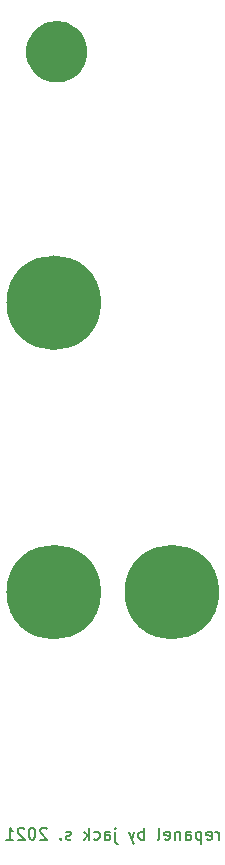
<source format=gbr>
G04 #@! TF.GenerationSoftware,KiCad,Pcbnew,(5.1.5-0)*
G04 #@! TF.CreationDate,2021-01-20T00:49:02-08:00*
G04 #@! TF.ProjectId,bong0,626f6e67-302e-46b6-9963-61645f706362,rev?*
G04 #@! TF.SameCoordinates,Original*
G04 #@! TF.FileFunction,Soldermask,Bot*
G04 #@! TF.FilePolarity,Negative*
%FSLAX46Y46*%
G04 Gerber Fmt 4.6, Leading zero omitted, Abs format (unit mm)*
G04 Created by KiCad (PCBNEW (5.1.5-0)) date 2021-01-20 00:49:02*
%MOMM*%
%LPD*%
G04 APERTURE LIST*
%ADD10C,1.000000*%
%ADD11C,0.150000*%
%ADD12C,0.100000*%
G04 APERTURE END LIST*
D10*
X8500000Y-76250000D02*
G75*
G03X8500000Y-76250000I-3500000J0D01*
G01*
D11*
X18976190Y-121702380D02*
X18976190Y-121035714D01*
X18976190Y-121226190D02*
X18928571Y-121130952D01*
X18880952Y-121083333D01*
X18785714Y-121035714D01*
X18690476Y-121035714D01*
X17976190Y-121654761D02*
X18071428Y-121702380D01*
X18261904Y-121702380D01*
X18357142Y-121654761D01*
X18404761Y-121559523D01*
X18404761Y-121178571D01*
X18357142Y-121083333D01*
X18261904Y-121035714D01*
X18071428Y-121035714D01*
X17976190Y-121083333D01*
X17928571Y-121178571D01*
X17928571Y-121273809D01*
X18404761Y-121369047D01*
X17500000Y-121035714D02*
X17500000Y-122035714D01*
X17500000Y-121083333D02*
X17404761Y-121035714D01*
X17214285Y-121035714D01*
X17119047Y-121083333D01*
X17071428Y-121130952D01*
X17023809Y-121226190D01*
X17023809Y-121511904D01*
X17071428Y-121607142D01*
X17119047Y-121654761D01*
X17214285Y-121702380D01*
X17404761Y-121702380D01*
X17500000Y-121654761D01*
X16166666Y-121702380D02*
X16166666Y-121178571D01*
X16214285Y-121083333D01*
X16309523Y-121035714D01*
X16499999Y-121035714D01*
X16595238Y-121083333D01*
X16166666Y-121654761D02*
X16261904Y-121702380D01*
X16499999Y-121702380D01*
X16595238Y-121654761D01*
X16642857Y-121559523D01*
X16642857Y-121464285D01*
X16595238Y-121369047D01*
X16499999Y-121321428D01*
X16261904Y-121321428D01*
X16166666Y-121273809D01*
X15690476Y-121035714D02*
X15690476Y-121702380D01*
X15690476Y-121130952D02*
X15642857Y-121083333D01*
X15547619Y-121035714D01*
X15404761Y-121035714D01*
X15309523Y-121083333D01*
X15261904Y-121178571D01*
X15261904Y-121702380D01*
X14404761Y-121654761D02*
X14499999Y-121702380D01*
X14690476Y-121702380D01*
X14785714Y-121654761D01*
X14833333Y-121559523D01*
X14833333Y-121178571D01*
X14785714Y-121083333D01*
X14690476Y-121035714D01*
X14499999Y-121035714D01*
X14404761Y-121083333D01*
X14357142Y-121178571D01*
X14357142Y-121273809D01*
X14833333Y-121369047D01*
X13785714Y-121702380D02*
X13880952Y-121654761D01*
X13928571Y-121559523D01*
X13928571Y-120702380D01*
X12642857Y-121702380D02*
X12642857Y-120702380D01*
X12642857Y-121083333D02*
X12547619Y-121035714D01*
X12357142Y-121035714D01*
X12261904Y-121083333D01*
X12214285Y-121130952D01*
X12166666Y-121226190D01*
X12166666Y-121511904D01*
X12214285Y-121607142D01*
X12261904Y-121654761D01*
X12357142Y-121702380D01*
X12547619Y-121702380D01*
X12642857Y-121654761D01*
X11833333Y-121035714D02*
X11595238Y-121702380D01*
X11357142Y-121035714D02*
X11595238Y-121702380D01*
X11690476Y-121940476D01*
X11738095Y-121988095D01*
X11833333Y-122035714D01*
X10214285Y-121035714D02*
X10214285Y-121892857D01*
X10261904Y-121988095D01*
X10357142Y-122035714D01*
X10404761Y-122035714D01*
X10214285Y-120702380D02*
X10261904Y-120750000D01*
X10214285Y-120797619D01*
X10166666Y-120750000D01*
X10214285Y-120702380D01*
X10214285Y-120797619D01*
X9309523Y-121702380D02*
X9309523Y-121178571D01*
X9357142Y-121083333D01*
X9452380Y-121035714D01*
X9642857Y-121035714D01*
X9738095Y-121083333D01*
X9309523Y-121654761D02*
X9404761Y-121702380D01*
X9642857Y-121702380D01*
X9738095Y-121654761D01*
X9785714Y-121559523D01*
X9785714Y-121464285D01*
X9738095Y-121369047D01*
X9642857Y-121321428D01*
X9404761Y-121321428D01*
X9309523Y-121273809D01*
X8404761Y-121654761D02*
X8500000Y-121702380D01*
X8690476Y-121702380D01*
X8785714Y-121654761D01*
X8833333Y-121607142D01*
X8880952Y-121511904D01*
X8880952Y-121226190D01*
X8833333Y-121130952D01*
X8785714Y-121083333D01*
X8690476Y-121035714D01*
X8500000Y-121035714D01*
X8404761Y-121083333D01*
X7976190Y-121702380D02*
X7976190Y-120702380D01*
X7880952Y-121321428D02*
X7595238Y-121702380D01*
X7595238Y-121035714D02*
X7976190Y-121416666D01*
X6452380Y-121654761D02*
X6357142Y-121702380D01*
X6166666Y-121702380D01*
X6071428Y-121654761D01*
X6023809Y-121559523D01*
X6023809Y-121511904D01*
X6071428Y-121416666D01*
X6166666Y-121369047D01*
X6309523Y-121369047D01*
X6404761Y-121321428D01*
X6452380Y-121226190D01*
X6452380Y-121178571D01*
X6404761Y-121083333D01*
X6309523Y-121035714D01*
X6166666Y-121035714D01*
X6071428Y-121083333D01*
X5595238Y-121607142D02*
X5547619Y-121654761D01*
X5595238Y-121702380D01*
X5642857Y-121654761D01*
X5595238Y-121607142D01*
X5595238Y-121702380D01*
X4404761Y-120797619D02*
X4357142Y-120750000D01*
X4261904Y-120702380D01*
X4023809Y-120702380D01*
X3928571Y-120750000D01*
X3880952Y-120797619D01*
X3833333Y-120892857D01*
X3833333Y-120988095D01*
X3880952Y-121130952D01*
X4452380Y-121702380D01*
X3833333Y-121702380D01*
X3214285Y-120702380D02*
X3119047Y-120702380D01*
X3023809Y-120750000D01*
X2976190Y-120797619D01*
X2928571Y-120892857D01*
X2880952Y-121083333D01*
X2880952Y-121321428D01*
X2928571Y-121511904D01*
X2976190Y-121607142D01*
X3023809Y-121654761D01*
X3119047Y-121702380D01*
X3214285Y-121702380D01*
X3309523Y-121654761D01*
X3357142Y-121607142D01*
X3404761Y-121511904D01*
X3452380Y-121321428D01*
X3452380Y-121083333D01*
X3404761Y-120892857D01*
X3357142Y-120797619D01*
X3309523Y-120750000D01*
X3214285Y-120702380D01*
X2500000Y-120797619D02*
X2452380Y-120750000D01*
X2357142Y-120702380D01*
X2119047Y-120702380D01*
X2023809Y-120750000D01*
X1976190Y-120797619D01*
X1928571Y-120892857D01*
X1928571Y-120988095D01*
X1976190Y-121130952D01*
X2547619Y-121702380D01*
X1928571Y-121702380D01*
X976190Y-121702380D02*
X1547619Y-121702380D01*
X1261904Y-121702380D02*
X1261904Y-120702380D01*
X1357142Y-120845238D01*
X1452380Y-120940476D01*
X1547619Y-120988095D01*
D10*
X8500000Y-100750000D02*
G75*
G03X8500000Y-100750000I-3500000J0D01*
G01*
X18500000Y-100750000D02*
G75*
G03X18500000Y-100750000I-3500000J0D01*
G01*
D12*
G36*
X15604975Y-97708585D02*
G01*
X15904528Y-97768170D01*
X16468874Y-98001930D01*
X16976772Y-98341296D01*
X17408704Y-98773228D01*
X17748070Y-99281126D01*
X17981830Y-99845472D01*
X18101000Y-100444578D01*
X18101000Y-101055422D01*
X17981830Y-101654528D01*
X17748070Y-102218874D01*
X17408704Y-102726772D01*
X16976772Y-103158704D01*
X16468874Y-103498070D01*
X15904528Y-103731830D01*
X15604975Y-103791415D01*
X15305423Y-103851000D01*
X14694577Y-103851000D01*
X14395025Y-103791415D01*
X14095472Y-103731830D01*
X13531126Y-103498070D01*
X13023228Y-103158704D01*
X12591296Y-102726772D01*
X12251930Y-102218874D01*
X12018170Y-101654528D01*
X11899000Y-101055422D01*
X11899000Y-100444578D01*
X12018170Y-99845472D01*
X12251930Y-99281126D01*
X12591296Y-98773228D01*
X13023228Y-98341296D01*
X13531126Y-98001930D01*
X14095472Y-97768170D01*
X14395025Y-97708585D01*
X14694577Y-97649000D01*
X15305423Y-97649000D01*
X15604975Y-97708585D01*
G37*
G36*
X5604975Y-97708585D02*
G01*
X5904528Y-97768170D01*
X6468874Y-98001930D01*
X6976772Y-98341296D01*
X7408704Y-98773228D01*
X7748070Y-99281126D01*
X7981830Y-99845472D01*
X8101000Y-100444578D01*
X8101000Y-101055422D01*
X7981830Y-101654528D01*
X7748070Y-102218874D01*
X7408704Y-102726772D01*
X6976772Y-103158704D01*
X6468874Y-103498070D01*
X5904528Y-103731830D01*
X5604975Y-103791415D01*
X5305423Y-103851000D01*
X4694577Y-103851000D01*
X4395025Y-103791415D01*
X4095472Y-103731830D01*
X3531126Y-103498070D01*
X3023228Y-103158704D01*
X2591296Y-102726772D01*
X2251930Y-102218874D01*
X2018170Y-101654528D01*
X1899000Y-101055422D01*
X1899000Y-100444578D01*
X2018170Y-99845472D01*
X2251930Y-99281126D01*
X2591296Y-98773228D01*
X3023228Y-98341296D01*
X3531126Y-98001930D01*
X4095472Y-97768170D01*
X4395025Y-97708585D01*
X4694577Y-97649000D01*
X5305423Y-97649000D01*
X5604975Y-97708585D01*
G37*
G36*
X5604975Y-73208585D02*
G01*
X5904528Y-73268170D01*
X6468874Y-73501930D01*
X6976772Y-73841296D01*
X7408704Y-74273228D01*
X7748070Y-74781126D01*
X7981830Y-75345472D01*
X8101000Y-75944578D01*
X8101000Y-76555422D01*
X7981830Y-77154528D01*
X7748070Y-77718874D01*
X7408704Y-78226772D01*
X6976772Y-78658704D01*
X6468874Y-78998070D01*
X5904528Y-79231830D01*
X5604975Y-79291415D01*
X5305423Y-79351000D01*
X4694577Y-79351000D01*
X4395025Y-79291415D01*
X4095472Y-79231830D01*
X3531126Y-78998070D01*
X3023228Y-78658704D01*
X2591296Y-78226772D01*
X2251930Y-77718874D01*
X2018170Y-77154528D01*
X1899000Y-76555422D01*
X1899000Y-75944578D01*
X2018170Y-75345472D01*
X2251930Y-74781126D01*
X2591296Y-74273228D01*
X3023228Y-73841296D01*
X3531126Y-73501930D01*
X4095472Y-73268170D01*
X4395025Y-73208585D01*
X4694577Y-73149000D01*
X5305423Y-73149000D01*
X5604975Y-73208585D01*
G37*
G36*
X5757430Y-52448978D02*
G01*
X6008684Y-52498955D01*
X6204752Y-52580169D01*
X6482034Y-52695023D01*
X6482035Y-52695024D01*
X6908041Y-52979671D01*
X7270329Y-53341959D01*
X7460524Y-53626607D01*
X7554977Y-53767966D01*
X7751045Y-54241317D01*
X7851000Y-54743823D01*
X7851000Y-55256177D01*
X7751045Y-55758683D01*
X7554977Y-56232034D01*
X7554976Y-56232035D01*
X7270329Y-56658041D01*
X6908041Y-57020329D01*
X6623393Y-57210524D01*
X6482034Y-57304977D01*
X6204752Y-57419831D01*
X6008684Y-57501045D01*
X5757430Y-57551023D01*
X5506177Y-57601000D01*
X4993823Y-57601000D01*
X4742570Y-57551023D01*
X4491316Y-57501045D01*
X4295248Y-57419831D01*
X4017966Y-57304977D01*
X3876607Y-57210524D01*
X3591959Y-57020329D01*
X3229671Y-56658041D01*
X2945024Y-56232035D01*
X2945023Y-56232034D01*
X2748955Y-55758683D01*
X2649000Y-55256177D01*
X2649000Y-54743823D01*
X2748955Y-54241317D01*
X2945023Y-53767966D01*
X3039476Y-53626607D01*
X3229671Y-53341959D01*
X3591959Y-52979671D01*
X4017965Y-52695024D01*
X4017966Y-52695023D01*
X4295248Y-52580169D01*
X4491316Y-52498955D01*
X4742570Y-52448978D01*
X4993823Y-52399000D01*
X5506177Y-52399000D01*
X5757430Y-52448978D01*
G37*
M02*

</source>
